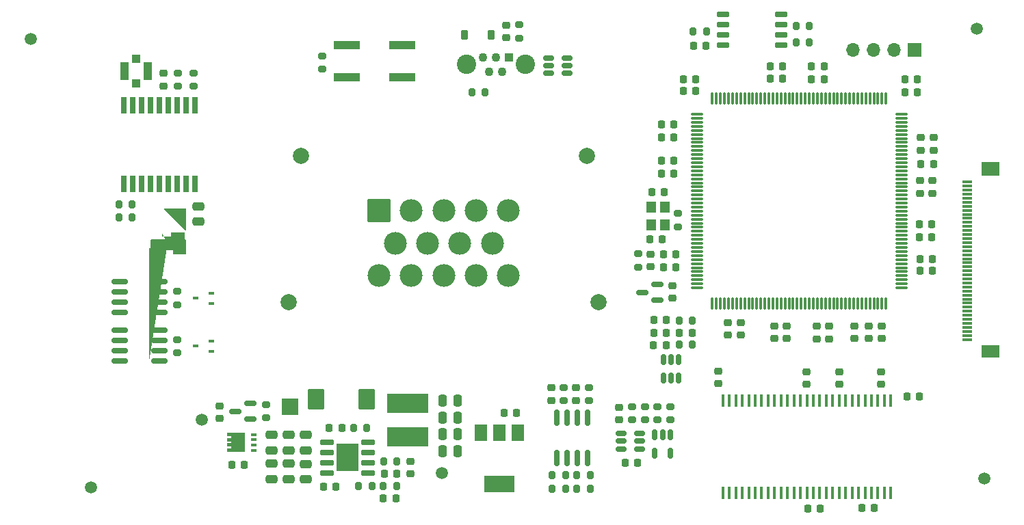
<source format=gbr>
%TF.GenerationSoftware,KiCad,Pcbnew,7.0.1*%
%TF.CreationDate,2024-06-10T08:55:10+03:00*%
%TF.ProjectId,Dash 6.8,44617368-2036-42e3-982e-6b696361645f,rev?*%
%TF.SameCoordinates,Original*%
%TF.FileFunction,Soldermask,Top*%
%TF.FilePolarity,Negative*%
%FSLAX46Y46*%
G04 Gerber Fmt 4.6, Leading zero omitted, Abs format (unit mm)*
G04 Created by KiCad (PCBNEW 7.0.1) date 2024-06-10 08:55:10*
%MOMM*%
%LPD*%
G01*
G04 APERTURE LIST*
G04 Aperture macros list*
%AMRoundRect*
0 Rectangle with rounded corners*
0 $1 Rounding radius*
0 $2 $3 $4 $5 $6 $7 $8 $9 X,Y pos of 4 corners*
0 Add a 4 corners polygon primitive as box body*
4,1,4,$2,$3,$4,$5,$6,$7,$8,$9,$2,$3,0*
0 Add four circle primitives for the rounded corners*
1,1,$1+$1,$2,$3*
1,1,$1+$1,$4,$5*
1,1,$1+$1,$6,$7*
1,1,$1+$1,$8,$9*
0 Add four rect primitives between the rounded corners*
20,1,$1+$1,$2,$3,$4,$5,0*
20,1,$1+$1,$4,$5,$6,$7,0*
20,1,$1+$1,$6,$7,$8,$9,0*
20,1,$1+$1,$8,$9,$2,$3,0*%
%AMFreePoly0*
4,1,17,1.395000,0.765000,0.855000,0.765000,0.855000,0.535000,1.395000,0.535000,1.395000,0.115000,0.855000,0.115000,0.855000,-0.115000,1.395000,-0.115000,1.395000,-0.535000,0.855000,-0.535000,0.855000,-0.765000,1.395000,-0.765000,1.395000,-1.185000,-0.855000,-1.185000,-0.855000,1.185000,1.395000,1.185000,1.395000,0.765000,1.395000,0.765000,$1*%
%AMFreePoly1*
4,1,42,-0.727168,1.845106,-0.719098,1.845106,-0.700152,1.831341,-0.679289,1.820711,1.820711,-0.679289,1.831341,-0.700152,1.845106,-0.719098,1.845106,-0.727168,1.848769,-0.734357,1.845106,-0.757485,1.845106,-0.780902,1.840363,-0.787429,1.839101,-0.795399,1.822544,-0.811955,1.808779,-0.830902,1.801104,-0.833395,1.795399,-0.839101,1.772269,-0.842764,1.750000,-0.850000,-0.750000,-0.850000,
-0.765063,-0.845106,-0.780902,-0.845106,-0.793715,-0.835796,-0.808779,-0.830902,-0.818088,-0.818088,-0.830902,-0.808779,-0.835796,-0.793715,-0.845106,-0.780902,-0.845106,-0.765063,-0.850000,-0.750000,-0.850000,1.750000,-0.842764,1.772269,-0.839101,1.795399,-0.833395,1.801104,-0.830902,1.808779,-0.811955,1.822544,-0.795399,1.839101,-0.787429,1.840363,-0.780902,1.845106,-0.757485,1.845106,
-0.734357,1.848769,-0.727168,1.845106,-0.727168,1.845106,$1*%
%AMFreePoly2*
4,1,69,-0.734937,1.345106,-0.719098,1.345106,-0.706284,1.335796,-0.691221,1.330902,-0.681911,1.318088,-0.669098,1.308779,-0.664203,1.293715,-0.654894,1.280902,-0.654894,1.265063,-0.650000,1.250000,-0.650000,0.850000,0.400000,0.850000,0.400000,1.250000,0.404894,1.265063,0.404894,1.280902,0.414203,1.293715,0.419098,1.308779,0.431911,1.318088,0.441221,1.330902,0.456284,1.335796,
0.469098,1.345106,0.484937,1.345106,0.500000,1.350000,2.000000,1.350000,2.015063,1.345106,2.030902,1.345106,2.043715,1.335796,2.058779,1.330902,2.068088,1.318088,2.080902,1.308779,2.085796,1.293715,2.095106,1.280902,2.095106,1.265063,2.100000,1.250000,2.100000,-0.500000,2.095106,-0.515063,2.095106,-0.530902,2.085796,-0.543715,2.080902,-0.558779,2.068088,-0.568088,
2.058779,-0.580902,2.043715,-0.585796,2.030902,-0.595106,2.015063,-0.595106,2.000000,-0.600000,-2.250000,-0.600000,-2.265063,-0.595106,-2.280902,-0.595106,-2.293715,-0.585796,-2.308779,-0.580902,-2.318088,-0.568088,-2.330902,-0.558779,-2.335796,-0.543715,-2.345106,-0.530902,-2.345106,-0.515063,-2.350000,-0.500000,-2.350000,1.250000,-2.345106,1.265063,-2.345106,1.280902,-2.335796,1.293715,
-2.330902,1.308779,-2.318088,1.318088,-2.308779,1.330902,-2.293715,1.335796,-2.280902,1.345106,-2.265063,1.345106,-2.250000,1.350000,-0.750000,1.350000,-0.734937,1.345106,-0.734937,1.345106,$1*%
G04 Aperture macros list end*
%ADD10C,0.200000*%
%ADD11RoundRect,0.200000X-0.200000X-0.275000X0.200000X-0.275000X0.200000X0.275000X-0.200000X0.275000X0*%
%ADD12RoundRect,0.225000X0.250000X-0.225000X0.250000X0.225000X-0.250000X0.225000X-0.250000X-0.225000X0*%
%ADD13RoundRect,0.200000X0.200000X0.275000X-0.200000X0.275000X-0.200000X-0.275000X0.200000X-0.275000X0*%
%ADD14RoundRect,0.218750X0.256250X-0.218750X0.256250X0.218750X-0.256250X0.218750X-0.256250X-0.218750X0*%
%ADD15C,1.500000*%
%ADD16RoundRect,0.225000X0.225000X0.250000X-0.225000X0.250000X-0.225000X-0.250000X0.225000X-0.250000X0*%
%ADD17RoundRect,0.150000X-0.825000X-0.150000X0.825000X-0.150000X0.825000X0.150000X-0.825000X0.150000X0*%
%ADD18RoundRect,0.225000X-0.225000X-0.250000X0.225000X-0.250000X0.225000X0.250000X-0.225000X0.250000X0*%
%ADD19RoundRect,0.075000X-0.675000X-0.075000X0.675000X-0.075000X0.675000X0.075000X-0.675000X0.075000X0*%
%ADD20RoundRect,0.075000X-0.075000X-0.675000X0.075000X-0.675000X0.075000X0.675000X-0.075000X0.675000X0*%
%ADD21RoundRect,0.150000X-0.512500X-0.150000X0.512500X-0.150000X0.512500X0.150000X-0.512500X0.150000X0*%
%ADD22RoundRect,0.200000X-0.275000X0.200000X-0.275000X-0.200000X0.275000X-0.200000X0.275000X0.200000X0*%
%ADD23R,3.200000X1.000000*%
%ADD24R,2.000000X2.000000*%
%ADD25R,0.700000X0.420000*%
%ADD26FreePoly0,180.000000*%
%ADD27RoundRect,0.225000X-0.250000X0.225000X-0.250000X-0.225000X0.250000X-0.225000X0.250000X0.225000X0*%
%ADD28R,0.700000X0.450000*%
%ADD29RoundRect,0.200000X0.275000X-0.200000X0.275000X0.200000X-0.275000X0.200000X-0.275000X-0.200000X0*%
%ADD30RoundRect,0.150000X-0.150000X0.512500X-0.150000X-0.512500X0.150000X-0.512500X0.150000X0.512500X0*%
%ADD31RoundRect,0.218750X0.218750X0.256250X-0.218750X0.256250X-0.218750X-0.256250X0.218750X-0.256250X0*%
%ADD32R,0.458000X1.510000*%
%ADD33RoundRect,0.250000X0.787500X1.025000X-0.787500X1.025000X-0.787500X-1.025000X0.787500X-1.025000X0*%
%ADD34R,1.000000X1.000000*%
%ADD35R,1.050000X2.200000*%
%ADD36RoundRect,0.250000X0.475000X-0.250000X0.475000X0.250000X-0.475000X0.250000X-0.475000X-0.250000X0*%
%ADD37C,2.000000*%
%ADD38RoundRect,0.102000X-1.312500X-1.312500X1.312500X-1.312500X1.312500X1.312500X-1.312500X1.312500X0*%
%ADD39C,2.829000*%
%ADD40RoundRect,0.250000X-0.250000X-0.475000X0.250000X-0.475000X0.250000X0.475000X-0.250000X0.475000X0*%
%ADD41RoundRect,0.150000X-0.150000X0.825000X-0.150000X-0.825000X0.150000X-0.825000X0.150000X0.825000X0*%
%ADD42RoundRect,0.225000X-0.225000X-0.375000X0.225000X-0.375000X0.225000X0.375000X-0.225000X0.375000X0*%
%ADD43RoundRect,0.150000X0.650000X0.150000X-0.650000X0.150000X-0.650000X-0.150000X0.650000X-0.150000X0*%
%ADD44RoundRect,0.150000X0.587500X0.150000X-0.587500X0.150000X-0.587500X-0.150000X0.587500X-0.150000X0*%
%ADD45R,0.700000X2.000000*%
%ADD46R,5.100000X2.350000*%
%ADD47RoundRect,0.250000X-0.475000X0.250000X-0.475000X-0.250000X0.475000X-0.250000X0.475000X0.250000X0*%
%ADD48FreePoly1,180.000000*%
%ADD49FreePoly2,180.000000*%
%ADD50R,1.100000X1.100000*%
%ADD51C,1.100000*%
%ADD52C,2.400000*%
%ADD53R,1.500000X2.000000*%
%ADD54R,3.800000X2.000000*%
%ADD55R,1.200000X1.400000*%
%ADD56R,2.710000X3.400000*%
%ADD57RoundRect,0.150000X-0.737500X-0.150000X0.737500X-0.150000X0.737500X0.150000X-0.737500X0.150000X0*%
%ADD58R,1.700000X1.700000*%
%ADD59O,1.700000X1.700000*%
%ADD60R,1.300000X0.300000*%
%ADD61R,2.200000X1.800000*%
%ADD62R,2.200000X1.550000*%
G04 APERTURE END LIST*
%TO.C,C68*%
D10*
X119045000Y-106330000D02*
X116545000Y-103830000D01*
X119045000Y-103830000D01*
X119045000Y-106330000D01*
G36*
X119045000Y-106330000D02*
G01*
X116545000Y-103830000D01*
X119045000Y-103830000D01*
X119045000Y-106330000D01*
G37*
X119045000Y-109330000D02*
X117545000Y-109330000D01*
X117545000Y-108830000D01*
X116295000Y-108830000D01*
X116295000Y-109330000D01*
X114795000Y-109330000D01*
X114795000Y-107580000D01*
X119045000Y-107580000D01*
X119045000Y-109330000D01*
G36*
X119045000Y-109330000D02*
G01*
X117545000Y-109330000D01*
X117545000Y-108830000D01*
X116295000Y-108830000D01*
X116295000Y-109330000D01*
X114795000Y-109330000D01*
X114795000Y-107580000D01*
X119045000Y-107580000D01*
X119045000Y-109330000D01*
G37*
%TD*%
D11*
%TO.C,R11*%
X194625000Y-81150000D03*
X196275000Y-81150000D03*
%TD*%
D12*
%TO.C,C34*%
X199950000Y-125475000D03*
X199950000Y-123925000D03*
%TD*%
D13*
%TO.C,R18*%
X141475000Y-130885000D03*
X139825000Y-130885000D03*
%TD*%
D11*
%TO.C,R24*%
X164425000Y-136762500D03*
X166075000Y-136762500D03*
%TD*%
D14*
%TO.C,L2*%
X116300000Y-88537500D03*
X116300000Y-86962500D03*
%TD*%
D11*
%TO.C,R20*%
X110782500Y-103180000D03*
X112432500Y-103180000D03*
%TD*%
D15*
%TO.C,5v1*%
X150750000Y-136510000D03*
%TD*%
D16*
%TO.C,C51*%
X138375000Y-130885000D03*
X136825000Y-130885000D03*
%TD*%
D15*
%TO.C,12v1*%
X121050000Y-129850000D03*
%TD*%
D11*
%TO.C,R21*%
X110782500Y-104830000D03*
X112432500Y-104830000D03*
%TD*%
D13*
%TO.C,R14*%
X145175000Y-138110000D03*
X143525000Y-138110000D03*
%TD*%
D17*
%TO.C,U3*%
X110900000Y-118800000D03*
X110900000Y-120070000D03*
X110900000Y-121340000D03*
X110900000Y-122610000D03*
X115850000Y-122610000D03*
X115850000Y-121340000D03*
X115850000Y-120070000D03*
X115850000Y-118800000D03*
%TD*%
D18*
%TO.C,C10*%
X208075000Y-89300000D03*
X209625000Y-89300000D03*
%TD*%
D19*
%TO.C,U4*%
X182325000Y-92050000D03*
X182325000Y-92550000D03*
X182325000Y-93050000D03*
X182325000Y-93550000D03*
X182325000Y-94050000D03*
X182325000Y-94550000D03*
X182325000Y-95050000D03*
X182325000Y-95550000D03*
X182325000Y-96050000D03*
X182325000Y-96550000D03*
X182325000Y-97050000D03*
X182325000Y-97550000D03*
X182325000Y-98050000D03*
X182325000Y-98550000D03*
X182325000Y-99050000D03*
X182325000Y-99550000D03*
X182325000Y-100050000D03*
X182325000Y-100550000D03*
X182325000Y-101050000D03*
X182325000Y-101550000D03*
X182325000Y-102050000D03*
X182325000Y-102550000D03*
X182325000Y-103050000D03*
X182325000Y-103550000D03*
X182325000Y-104050000D03*
X182325000Y-104550000D03*
X182325000Y-105050000D03*
X182325000Y-105550000D03*
X182325000Y-106050000D03*
X182325000Y-106550000D03*
X182325000Y-107050000D03*
X182325000Y-107550000D03*
X182325000Y-108050000D03*
X182325000Y-108550000D03*
X182325000Y-109050000D03*
X182325000Y-109550000D03*
X182325000Y-110050000D03*
X182325000Y-110550000D03*
X182325000Y-111050000D03*
X182325000Y-111550000D03*
X182325000Y-112050000D03*
X182325000Y-112550000D03*
X182325000Y-113050000D03*
X182325000Y-113550000D03*
D20*
X184250000Y-115475000D03*
X184750000Y-115475000D03*
X185250000Y-115475000D03*
X185750000Y-115475000D03*
X186250000Y-115475000D03*
X186750000Y-115475000D03*
X187250000Y-115475000D03*
X187750000Y-115475000D03*
X188250000Y-115475000D03*
X188750000Y-115475000D03*
X189250000Y-115475000D03*
X189750000Y-115475000D03*
X190250000Y-115475000D03*
X190750000Y-115475000D03*
X191250000Y-115475000D03*
X191750000Y-115475000D03*
X192250000Y-115475000D03*
X192750000Y-115475000D03*
X193250000Y-115475000D03*
X193750000Y-115475000D03*
X194250000Y-115475000D03*
X194750000Y-115475000D03*
X195250000Y-115475000D03*
X195750000Y-115475000D03*
X196250000Y-115475000D03*
X196750000Y-115475000D03*
X197250000Y-115475000D03*
X197750000Y-115475000D03*
X198250000Y-115475000D03*
X198750000Y-115475000D03*
X199250000Y-115475000D03*
X199750000Y-115475000D03*
X200250000Y-115475000D03*
X200750000Y-115475000D03*
X201250000Y-115475000D03*
X201750000Y-115475000D03*
X202250000Y-115475000D03*
X202750000Y-115475000D03*
X203250000Y-115475000D03*
X203750000Y-115475000D03*
X204250000Y-115475000D03*
X204750000Y-115475000D03*
X205250000Y-115475000D03*
X205750000Y-115475000D03*
D19*
X207675000Y-113550000D03*
X207675000Y-113050000D03*
X207675000Y-112550000D03*
X207675000Y-112050000D03*
X207675000Y-111550000D03*
X207675000Y-111050000D03*
X207675000Y-110550000D03*
X207675000Y-110050000D03*
X207675000Y-109550000D03*
X207675000Y-109050000D03*
X207675000Y-108550000D03*
X207675000Y-108050000D03*
X207675000Y-107550000D03*
X207675000Y-107050000D03*
X207675000Y-106550000D03*
X207675000Y-106050000D03*
X207675000Y-105550000D03*
X207675000Y-105050000D03*
X207675000Y-104550000D03*
X207675000Y-104050000D03*
X207675000Y-103550000D03*
X207675000Y-103050000D03*
X207675000Y-102550000D03*
X207675000Y-102050000D03*
X207675000Y-101550000D03*
X207675000Y-101050000D03*
X207675000Y-100550000D03*
X207675000Y-100050000D03*
X207675000Y-99550000D03*
X207675000Y-99050000D03*
X207675000Y-98550000D03*
X207675000Y-98050000D03*
X207675000Y-97550000D03*
X207675000Y-97050000D03*
X207675000Y-96550000D03*
X207675000Y-96050000D03*
X207675000Y-95550000D03*
X207675000Y-95050000D03*
X207675000Y-94550000D03*
X207675000Y-94050000D03*
X207675000Y-93550000D03*
X207675000Y-93050000D03*
X207675000Y-92550000D03*
X207675000Y-92050000D03*
D20*
X205750000Y-90125000D03*
X205250000Y-90125000D03*
X204750000Y-90125000D03*
X204250000Y-90125000D03*
X203750000Y-90125000D03*
X203250000Y-90125000D03*
X202750000Y-90125000D03*
X202250000Y-90125000D03*
X201750000Y-90125000D03*
X201250000Y-90125000D03*
X200750000Y-90125000D03*
X200250000Y-90125000D03*
X199750000Y-90125000D03*
X199250000Y-90125000D03*
X198750000Y-90125000D03*
X198250000Y-90125000D03*
X197750000Y-90125000D03*
X197250000Y-90125000D03*
X196750000Y-90125000D03*
X196250000Y-90125000D03*
X195750000Y-90125000D03*
X195250000Y-90125000D03*
X194750000Y-90125000D03*
X194250000Y-90125000D03*
X193750000Y-90125000D03*
X193250000Y-90125000D03*
X192750000Y-90125000D03*
X192250000Y-90125000D03*
X191750000Y-90125000D03*
X191250000Y-90125000D03*
X190750000Y-90125000D03*
X190250000Y-90125000D03*
X189750000Y-90125000D03*
X189250000Y-90125000D03*
X188750000Y-90125000D03*
X188250000Y-90125000D03*
X187750000Y-90125000D03*
X187250000Y-90125000D03*
X186750000Y-90125000D03*
X186250000Y-90125000D03*
X185750000Y-90125000D03*
X185250000Y-90125000D03*
X184750000Y-90125000D03*
X184250000Y-90125000D03*
%TD*%
D18*
%TO.C,C45*%
X180187500Y-119100000D03*
X181737500Y-119100000D03*
%TD*%
D12*
%TO.C,C39*%
X205100000Y-125525000D03*
X205100000Y-123975000D03*
%TD*%
D21*
%TO.C,U13*%
X172937500Y-131587500D03*
X172937500Y-132537500D03*
X172937500Y-133487500D03*
X175212500Y-133487500D03*
X175212500Y-132537500D03*
X175212500Y-131587500D03*
%TD*%
D16*
%TO.C,C23*%
X182175000Y-87700000D03*
X180625000Y-87700000D03*
%TD*%
D12*
%TO.C,C38*%
X176600000Y-110950000D03*
X176600000Y-109400000D03*
%TD*%
D22*
%TO.C,R31*%
X177487500Y-128262500D03*
X177487500Y-129912500D03*
%TD*%
D23*
%TO.C,SW1*%
X145850000Y-87500000D03*
X139050000Y-87500000D03*
X145850000Y-83500000D03*
X139050000Y-83500000D03*
%TD*%
D12*
%TO.C,C43*%
X195900000Y-125475000D03*
X195900000Y-123925000D03*
%TD*%
D24*
%TO.C,TP3*%
X131950000Y-128310000D03*
%TD*%
D18*
%TO.C,C17*%
X209875000Y-105700000D03*
X211425000Y-105700000D03*
%TD*%
%TO.C,C32*%
X176987500Y-117550000D03*
X178537500Y-117550000D03*
%TD*%
D13*
%TO.C,R33*%
X166075000Y-138412500D03*
X164425000Y-138412500D03*
%TD*%
D22*
%TO.C,R2*%
X118030000Y-119955000D03*
X118030000Y-121605000D03*
%TD*%
%TO.C,R8*%
X180000000Y-104325000D03*
X180000000Y-105975000D03*
%TD*%
D13*
%TO.C,R10*%
X183525000Y-81835000D03*
X181875000Y-81835000D03*
%TD*%
D16*
%TO.C,C6*%
X192925000Y-86120000D03*
X191375000Y-86120000D03*
%TD*%
D22*
%TO.C,R3*%
X175050000Y-109350000D03*
X175050000Y-111000000D03*
%TD*%
D15*
%TO.C,FD4*%
X107350000Y-138250000D03*
%TD*%
D25*
%TO.C,Q1*%
X127505000Y-133675000D03*
X127505000Y-133025000D03*
X127505000Y-132375000D03*
X127505000Y-131725000D03*
D26*
X125550000Y-132700000D03*
%TD*%
D27*
%TO.C,C19*%
X193450000Y-118250000D03*
X193450000Y-119800000D03*
%TD*%
D13*
%TO.C,R32*%
X169125000Y-138412500D03*
X167475000Y-138412500D03*
%TD*%
D12*
%TO.C,C44*%
X158775000Y-82550000D03*
X158775000Y-81000000D03*
%TD*%
D28*
%TO.C,D2*%
X122255000Y-121430000D03*
X122255000Y-120130000D03*
X120255000Y-120780000D03*
%TD*%
D12*
%TO.C,C50*%
X123220000Y-129720000D03*
X123220000Y-128170000D03*
%TD*%
D27*
%TO.C,C22*%
X205200000Y-118275000D03*
X205200000Y-119825000D03*
%TD*%
%TO.C,C18*%
X198700000Y-118325000D03*
X198700000Y-119875000D03*
%TD*%
%TO.C,C71*%
X164300000Y-125937500D03*
X164300000Y-127487500D03*
%TD*%
D29*
%TO.C,R5*%
X160350000Y-82625000D03*
X160350000Y-80975000D03*
%TD*%
D30*
%TO.C,U12*%
X179037500Y-131750000D03*
X178087500Y-131750000D03*
X177137500Y-131750000D03*
X177137500Y-134025000D03*
X179037500Y-134025000D03*
%TD*%
D16*
%TO.C,C30*%
X179475000Y-99447500D03*
X177925000Y-99447500D03*
%TD*%
D27*
%TO.C,C7*%
X209950000Y-100275000D03*
X209950000Y-101825000D03*
%TD*%
D11*
%TO.C,R9*%
X180137500Y-117600000D03*
X181787500Y-117600000D03*
%TD*%
D31*
%TO.C,FB1*%
X178550000Y-120650000D03*
X176975000Y-120650000D03*
%TD*%
D27*
%TO.C,C8*%
X203650000Y-118275000D03*
X203650000Y-119825000D03*
%TD*%
D16*
%TO.C,C28*%
X192925000Y-87670000D03*
X191375000Y-87670000D03*
%TD*%
D32*
%TO.C,U14*%
X206350000Y-127475000D03*
X205550000Y-127475000D03*
X204750000Y-127475000D03*
X203950000Y-127475000D03*
X203150000Y-127475000D03*
X202350000Y-127475000D03*
X201550000Y-127475000D03*
X200750000Y-127475000D03*
X199950000Y-127475000D03*
X199150000Y-127475000D03*
X198350000Y-127475000D03*
X197550000Y-127475000D03*
X196750000Y-127475000D03*
X195950000Y-127475000D03*
X195150000Y-127475000D03*
X194350000Y-127475000D03*
X193550000Y-127475000D03*
X192750000Y-127475000D03*
X191950000Y-127475000D03*
X191150000Y-127475000D03*
X190350000Y-127475000D03*
X189550000Y-127475000D03*
X188750000Y-127475000D03*
X187950000Y-127475000D03*
X187150000Y-127475000D03*
X186350000Y-127475000D03*
X185550000Y-127475000D03*
X185550000Y-138975000D03*
X186350000Y-138975000D03*
X187150000Y-138975000D03*
X187950000Y-138975000D03*
X188750000Y-138975000D03*
X189550000Y-138975000D03*
X190350000Y-138975000D03*
X191150000Y-138975000D03*
X191950000Y-138975000D03*
X192750000Y-138975000D03*
X193550000Y-138975000D03*
X194350000Y-138975000D03*
X195150000Y-138975000D03*
X195950000Y-138975000D03*
X196750000Y-138975000D03*
X197550000Y-138975000D03*
X198350000Y-138975000D03*
X199150000Y-138975000D03*
X199950000Y-138975000D03*
X200750000Y-138975000D03*
X201550000Y-138975000D03*
X202350000Y-138975000D03*
X203150000Y-138975000D03*
X203950000Y-138975000D03*
X204750000Y-138975000D03*
X205550000Y-138975000D03*
X206350000Y-138975000D03*
%TD*%
D33*
%TO.C,C67*%
X141462500Y-127310000D03*
X135237500Y-127310000D03*
%TD*%
D34*
%TO.C,J3*%
X112925000Y-88200000D03*
D35*
X111450000Y-86700000D03*
D34*
X112925000Y-85200000D03*
D35*
X114400000Y-86700000D03*
%TD*%
D22*
%TO.C,R1*%
X118000000Y-113975000D03*
X118000000Y-115625000D03*
%TD*%
D29*
%TO.C,R4*%
X135950000Y-86475000D03*
X135950000Y-84825000D03*
%TD*%
D36*
%TO.C,C53*%
X129687500Y-133665000D03*
X129687500Y-131765000D03*
%TD*%
D18*
%TO.C,C59*%
X158450000Y-129030000D03*
X160000000Y-129030000D03*
%TD*%
D21*
%TO.C,U6*%
X163987500Y-85075000D03*
X163987500Y-86025000D03*
X163987500Y-86975000D03*
X166262500Y-86975000D03*
X166262500Y-86025000D03*
X166262500Y-85075000D03*
%TD*%
D36*
%TO.C,C69*%
X120607500Y-105330000D03*
X120607500Y-103430000D03*
%TD*%
D27*
%TO.C,C36*%
X201800000Y-118275000D03*
X201800000Y-119825000D03*
%TD*%
D37*
%TO.C,J5*%
X131800000Y-115300000D03*
X133300000Y-97200000D03*
X168700000Y-97200000D03*
X170200000Y-115300000D03*
D38*
X143000000Y-104000000D03*
D39*
X147000000Y-104000000D03*
X151000000Y-104000000D03*
X155000000Y-104000000D03*
X159000000Y-104000000D03*
X145000000Y-108000000D03*
X149000000Y-108000000D03*
X153000000Y-108000000D03*
X157000000Y-108000000D03*
X143000000Y-112000000D03*
X147000000Y-112000000D03*
X151000000Y-112000000D03*
X155000000Y-112000000D03*
X159000000Y-112000000D03*
%TD*%
D18*
%TO.C,C40*%
X202775000Y-140800000D03*
X204325000Y-140800000D03*
%TD*%
D13*
%TO.C,R6*%
X156150000Y-89325000D03*
X154500000Y-89325000D03*
%TD*%
D40*
%TO.C,C64*%
X150850000Y-129610000D03*
X152750000Y-129610000D03*
%TD*%
D29*
%TO.C,R28*%
X174337500Y-129912500D03*
X174337500Y-128262500D03*
%TD*%
D27*
%TO.C,C27*%
X211500000Y-100275000D03*
X211500000Y-101825000D03*
%TD*%
D16*
%TO.C,C31*%
X178537500Y-119100000D03*
X176987500Y-119100000D03*
%TD*%
D40*
%TO.C,C65*%
X150837500Y-131700000D03*
X152737500Y-131700000D03*
%TD*%
D16*
%TO.C,C48*%
X183475000Y-83585000D03*
X181925000Y-83585000D03*
%TD*%
D18*
%TO.C,C58*%
X136125000Y-138160000D03*
X137675000Y-138160000D03*
%TD*%
%TO.C,C35*%
X208325000Y-127000000D03*
X209875000Y-127000000D03*
%TD*%
D41*
%TO.C,U11*%
X168810000Y-129650000D03*
X167540000Y-129650000D03*
X166270000Y-129650000D03*
X165000000Y-129650000D03*
X165000000Y-134600000D03*
X166270000Y-134600000D03*
X167540000Y-134600000D03*
X168810000Y-134600000D03*
%TD*%
D18*
%TO.C,C46*%
X176775000Y-101700000D03*
X178325000Y-101700000D03*
%TD*%
D13*
%TO.C,R17*%
X142125000Y-138110000D03*
X140475000Y-138110000D03*
%TD*%
D36*
%TO.C,C52*%
X131787500Y-133665000D03*
X131787500Y-131765000D03*
%TD*%
D13*
%TO.C,R12*%
X196275000Y-83150000D03*
X194625000Y-83150000D03*
%TD*%
D18*
%TO.C,C49*%
X124795000Y-135495000D03*
X126345000Y-135495000D03*
%TD*%
D16*
%TO.C,C24*%
X198075000Y-87700000D03*
X196525000Y-87700000D03*
%TD*%
D15*
%TO.C,FD1*%
X216950000Y-81450000D03*
%TD*%
D28*
%TO.C,D1*%
X122275000Y-115500000D03*
X122275000Y-114200000D03*
X120275000Y-114850000D03*
%TD*%
D16*
%TO.C,C5*%
X182175000Y-89200000D03*
X180625000Y-89200000D03*
%TD*%
D42*
%TO.C,D3*%
X153600000Y-82250000D03*
X156900000Y-82250000D03*
%TD*%
D18*
%TO.C,C16*%
X209875000Y-107250000D03*
X211425000Y-107250000D03*
%TD*%
D27*
%TO.C,C20*%
X187750000Y-117875000D03*
X187750000Y-119425000D03*
%TD*%
%TO.C,C61*%
X146850000Y-135035000D03*
X146850000Y-136585000D03*
%TD*%
D43*
%TO.C,U7*%
X192750000Y-83525000D03*
X192750000Y-82255000D03*
X192750000Y-80985000D03*
X192750000Y-79715000D03*
X185550000Y-79715000D03*
X185550000Y-80985000D03*
X185550000Y-82255000D03*
X185550000Y-83525000D03*
%TD*%
D16*
%TO.C,C62*%
X145075000Y-139660000D03*
X143525000Y-139660000D03*
%TD*%
D44*
%TO.C,D6*%
X127057500Y-129795000D03*
X127057500Y-127895000D03*
X125182500Y-128845000D03*
%TD*%
D15*
%TO.C,FD3*%
X217950000Y-137150000D03*
%TD*%
D17*
%TO.C,U2*%
X110875000Y-112795000D03*
X110875000Y-114065000D03*
X110875000Y-115335000D03*
X110875000Y-116605000D03*
X115825000Y-116605000D03*
X115825000Y-115335000D03*
X115825000Y-114065000D03*
X115825000Y-112795000D03*
%TD*%
D16*
%TO.C,C47*%
X178075000Y-107550000D03*
X176525000Y-107550000D03*
%TD*%
%TO.C,C3*%
X179475000Y-97800000D03*
X177925000Y-97800000D03*
%TD*%
D13*
%TO.C,R7*%
X181787500Y-120600000D03*
X180137500Y-120600000D03*
%TD*%
D44*
%TO.C,U1*%
X177487500Y-115050000D03*
X177487500Y-113150000D03*
X175612500Y-114100000D03*
%TD*%
D45*
%TO.C,U10*%
X111400000Y-100650000D03*
X112500000Y-100650000D03*
X113600000Y-100650000D03*
X114700000Y-100650000D03*
X115800000Y-100650000D03*
X116900000Y-100650000D03*
X118000000Y-100650000D03*
X119100000Y-100650000D03*
X120200000Y-100650000D03*
X120200000Y-90950000D03*
X119100000Y-90950000D03*
X118000000Y-90950000D03*
X116900000Y-90950000D03*
X115800000Y-90950000D03*
X114700000Y-90950000D03*
X113600000Y-90950000D03*
X112500000Y-90950000D03*
X111400000Y-90950000D03*
%TD*%
D46*
%TO.C,L1*%
X146550000Y-132035000D03*
X146550000Y-127885000D03*
%TD*%
D12*
%TO.C,C42*%
X185000000Y-125425000D03*
X185000000Y-123875000D03*
%TD*%
D22*
%TO.C,R30*%
X179087500Y-128262500D03*
X179087500Y-129912500D03*
%TD*%
%TO.C,R13*%
X129020000Y-128020000D03*
X129020000Y-129670000D03*
%TD*%
D18*
%TO.C,C25*%
X208075000Y-87750000D03*
X209625000Y-87750000D03*
%TD*%
D16*
%TO.C,C4*%
X179475000Y-93350000D03*
X177925000Y-93350000D03*
%TD*%
D27*
%TO.C,C14*%
X186200000Y-117875000D03*
X186200000Y-119425000D03*
%TD*%
%TO.C,C12*%
X191950000Y-118250000D03*
X191950000Y-119800000D03*
%TD*%
%TO.C,C26*%
X211630000Y-94955000D03*
X211630000Y-96505000D03*
%TD*%
%TO.C,C11*%
X197150000Y-118325000D03*
X197150000Y-119875000D03*
%TD*%
D15*
%TO.C,FD2*%
X99850000Y-82750000D03*
%TD*%
D29*
%TO.C,R29*%
X175887500Y-129912500D03*
X175887500Y-128262500D03*
%TD*%
D47*
%TO.C,C55*%
X131787500Y-135315000D03*
X131787500Y-137215000D03*
%TD*%
D48*
%TO.C,C68*%
X118295000Y-104580000D03*
D49*
X116795000Y-108080000D03*
%TD*%
D16*
%TO.C,C1*%
X179720000Y-109425000D03*
X178170000Y-109425000D03*
%TD*%
D12*
%TO.C,C70*%
X167400000Y-127487500D03*
X167400000Y-125937500D03*
%TD*%
D18*
%TO.C,C60*%
X143625000Y-136560000D03*
X145175000Y-136560000D03*
%TD*%
D50*
%TO.C,J1*%
X159050000Y-85025000D03*
D51*
X158250000Y-86775000D03*
X157450000Y-85025000D03*
X156650000Y-86775000D03*
X155850000Y-85025000D03*
D52*
X161100000Y-85900000D03*
X153800000Y-85900000D03*
%TD*%
D27*
%TO.C,C33*%
X179350000Y-113275000D03*
X179350000Y-114825000D03*
%TD*%
%TO.C,C73*%
X172737500Y-128320000D03*
X172737500Y-129870000D03*
%TD*%
D53*
%TO.C,U9*%
X160200000Y-131530000D03*
X157900000Y-131530000D03*
D54*
X157900000Y-137830000D03*
D53*
X155600000Y-131530000D03*
%TD*%
D55*
%TO.C,Y1*%
X176700000Y-103550000D03*
X176700000Y-105750000D03*
X178400000Y-105750000D03*
X178400000Y-103550000D03*
%TD*%
D13*
%TO.C,R26*%
X169125000Y-136762500D03*
X167475000Y-136762500D03*
%TD*%
D11*
%TO.C,R15*%
X143575000Y-135010000D03*
X145225000Y-135010000D03*
%TD*%
D16*
%TO.C,C2*%
X179475000Y-94900000D03*
X177925000Y-94900000D03*
%TD*%
D30*
%TO.C,D4*%
X180100000Y-122462500D03*
X179150000Y-122462500D03*
X178200000Y-122462500D03*
X178200000Y-124737500D03*
X179150000Y-124737500D03*
X180100000Y-124737500D03*
%TD*%
D22*
%TO.C,R22*%
X168950000Y-125887500D03*
X168950000Y-127537500D03*
%TD*%
D56*
%TO.C,U8*%
X139087500Y-134565000D03*
D57*
X136525000Y-132660000D03*
X136525000Y-133930000D03*
X136525000Y-135200000D03*
X136525000Y-136470000D03*
X141650000Y-136470000D03*
X141650000Y-135200000D03*
X141650000Y-133930000D03*
X141650000Y-132660000D03*
%TD*%
D40*
%TO.C,C66*%
X150850000Y-133800000D03*
X152750000Y-133800000D03*
%TD*%
D58*
%TO.C,J2*%
X209240000Y-84050000D03*
D59*
X206700000Y-84050000D03*
X204160000Y-84050000D03*
X201620000Y-84050000D03*
%TD*%
D16*
%TO.C,C41*%
X197600000Y-140900000D03*
X196050000Y-140900000D03*
%TD*%
D36*
%TO.C,C57*%
X133937500Y-133665000D03*
X133937500Y-131765000D03*
%TD*%
D16*
%TO.C,C9*%
X198075000Y-86150000D03*
X196525000Y-86150000D03*
%TD*%
D18*
%TO.C,C37*%
X210075000Y-98200000D03*
X211625000Y-98200000D03*
%TD*%
D40*
%TO.C,C63*%
X150850000Y-127500000D03*
X152750000Y-127500000D03*
%TD*%
D29*
%TO.C,R19*%
X118065000Y-88582500D03*
X118065000Y-86932500D03*
%TD*%
D18*
%TO.C,C13*%
X209925000Y-111450000D03*
X211475000Y-111450000D03*
%TD*%
%TO.C,C21*%
X209925000Y-109950000D03*
X211475000Y-109950000D03*
%TD*%
D27*
%TO.C,C15*%
X210080000Y-94955000D03*
X210080000Y-96505000D03*
%TD*%
D22*
%TO.C,R16*%
X120050000Y-86925000D03*
X120050000Y-88575000D03*
%TD*%
D47*
%TO.C,C56*%
X129687500Y-135315000D03*
X129687500Y-137215000D03*
%TD*%
%TO.C,C54*%
X133937500Y-135365000D03*
X133937500Y-137265000D03*
%TD*%
D18*
%TO.C,C72*%
X173462500Y-135187500D03*
X175012500Y-135187500D03*
%TD*%
D16*
%TO.C,C29*%
X179725000Y-110975000D03*
X178175000Y-110975000D03*
%TD*%
D60*
%TO.C,J4*%
X215800000Y-100450000D03*
X215800000Y-100950000D03*
X215800000Y-101450000D03*
X215800000Y-101950000D03*
X215800000Y-102450000D03*
X215800000Y-102950000D03*
X215800000Y-103450000D03*
X215800000Y-103950000D03*
X215800000Y-104450000D03*
X215800000Y-104950000D03*
X215800000Y-105450000D03*
X215800000Y-105950000D03*
X215800000Y-106450000D03*
X215800000Y-106950000D03*
X215800000Y-107450000D03*
X215800000Y-107950000D03*
X215800000Y-108450000D03*
X215800000Y-108950000D03*
X215800000Y-109450000D03*
X215800000Y-109950000D03*
X215800000Y-110450000D03*
X215800000Y-110950000D03*
X215800000Y-111450000D03*
X215800000Y-111950000D03*
X215800000Y-112450000D03*
X215800000Y-112950000D03*
X215800000Y-113450000D03*
X215800000Y-113950000D03*
X215800000Y-114450000D03*
X215800000Y-114950000D03*
X215800000Y-115450000D03*
X215800000Y-115950000D03*
X215800000Y-116450000D03*
X215800000Y-116950000D03*
X215800000Y-117450000D03*
X215800000Y-117950000D03*
X215800000Y-118450000D03*
X215800000Y-118950000D03*
X215800000Y-119450000D03*
X215800000Y-119950000D03*
D61*
X218700000Y-98800000D03*
D62*
X218700000Y-121450000D03*
%TD*%
D22*
%TO.C,R23*%
X165850000Y-125887500D03*
X165850000Y-127537500D03*
%TD*%
M02*

</source>
